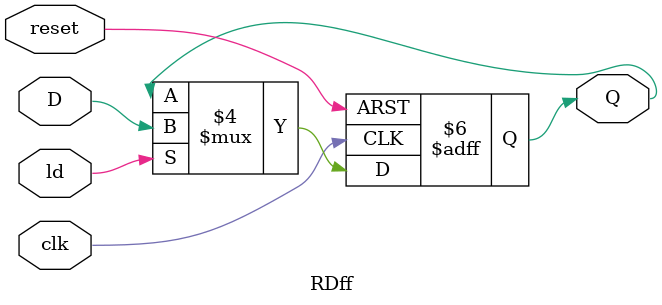
<source format=sv>
`timescale 1ns / 1ps


module RDff(
    input clk,
    input reset,
    input ld,
    input logic D,
    output logic Q
    );



always @(posedge clk, negedge reset) begin
    if (~reset) 
        Q <= 1'b0;
    else if (ld) 
        Q <= D;
    else Q <= Q;
    
end


endmodule

</source>
